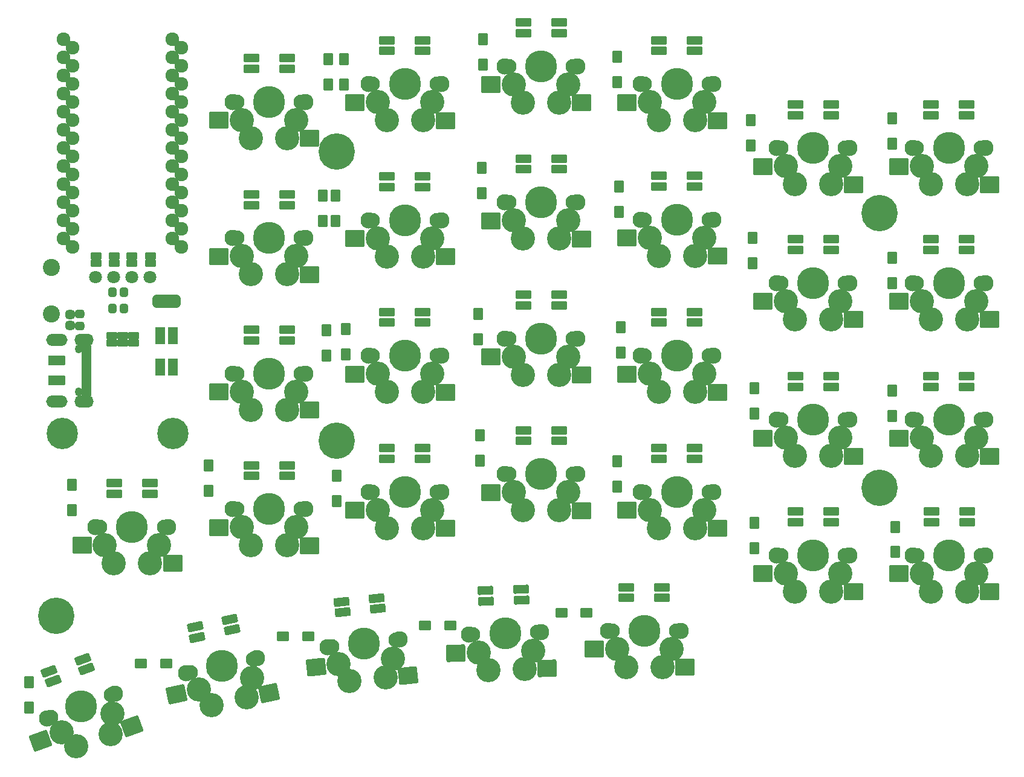
<source format=gts>
G04 #@! TF.GenerationSoftware,KiCad,Pcbnew,(6.0.8)*
G04 #@! TF.CreationDate,2022-10-04T22:09:12+02:00*
G04 #@! TF.ProjectId,SofleKeyboard,536f666c-654b-4657-9962-6f6172642e6b,rev?*
G04 #@! TF.SameCoordinates,Original*
G04 #@! TF.FileFunction,Soldermask,Top*
G04 #@! TF.FilePolarity,Negative*
%FSLAX46Y46*%
G04 Gerber Fmt 4.6, Leading zero omitted, Abs format (unit mm)*
G04 Created by KiCad (PCBNEW (6.0.8)) date 2022-10-04 22:09:12*
%MOMM*%
%LPD*%
G01*
G04 APERTURE LIST*
G04 Aperture macros list*
%AMRoundRect*
0 Rectangle with rounded corners*
0 $1 Rounding radius*
0 $2 $3 $4 $5 $6 $7 $8 $9 X,Y pos of 4 corners*
0 Add a 4 corners polygon primitive as box body*
4,1,4,$2,$3,$4,$5,$6,$7,$8,$9,$2,$3,0*
0 Add four circle primitives for the rounded corners*
1,1,$1+$1,$2,$3*
1,1,$1+$1,$4,$5*
1,1,$1+$1,$6,$7*
1,1,$1+$1,$8,$9*
0 Add four rect primitives between the rounded corners*
20,1,$1+$1,$2,$3,$4,$5,0*
20,1,$1+$1,$4,$5,$6,$7,0*
20,1,$1+$1,$6,$7,$8,$9,0*
20,1,$1+$1,$8,$9,$2,$3,0*%
%AMFreePoly0*
4,1,41,0.636777,0.930194,0.706366,0.874698,0.744986,0.794504,0.750000,0.750000,0.750000,-0.750000,0.730194,-0.836777,0.674698,-0.906366,0.594504,-0.944986,0.550000,-0.950000,0.000000,-0.950000,-0.023504,-0.944635,-0.083606,-0.943534,-0.139582,-0.934468,-0.274897,-0.892193,-0.326080,-0.867780,-0.444090,-0.789225,-0.486362,-0.751429,-0.577582,-0.642910,-0.607548,-0.594768,-0.664643,-0.465009,
-0.679893,-0.410393,-0.697476,-0.275933,-0.697084,-0.275882,-0.700000,-0.250000,-0.700000,0.250000,-0.697921,0.259109,-0.697582,0.286880,-0.675771,0.426957,-0.659192,0.481183,-0.598944,0.609508,-0.567811,0.656904,-0.473967,0.763162,-0.430783,0.799915,-0.310888,0.875563,-0.259125,0.898717,-0.122818,0.937674,-0.066635,0.945370,-0.042411,0.945222,0.000000,0.950000,0.550000,0.950000,
0.636777,0.930194,0.636777,0.930194,$1*%
%AMFreePoly1*
4,1,41,0.022678,0.944824,0.075125,0.944504,0.131210,0.936123,0.267031,0.895504,0.318507,0.871718,0.437469,0.794611,0.480202,0.757333,0.572740,0.649936,0.603290,0.602165,0.661967,0.473113,0.677883,0.418686,0.697980,0.278353,0.700000,0.250000,0.700000,-0.250000,0.699985,-0.252439,0.699836,-0.264655,0.697079,-0.295398,0.673559,-0.435199,0.656318,-0.489221,0.594506,-0.616800,
0.562797,-0.663810,0.467662,-0.768914,0.424032,-0.805137,0.303222,-0.879314,0.251181,-0.901834,0.114408,-0.939123,0.058135,-0.946132,0.037663,-0.945757,0.000000,-0.950000,-0.550000,-0.950000,-0.636777,-0.930194,-0.706366,-0.874698,-0.744986,-0.794504,-0.750000,-0.750000,-0.750000,0.750000,-0.730194,0.836777,-0.674698,0.906366,-0.594504,0.944986,-0.550000,0.950000,0.000000,0.950000,
0.022678,0.944824,0.022678,0.944824,$1*%
G04 Aperture macros list end*
%ADD10RoundRect,0.400000X0.200000X0.275000X-0.200000X0.275000X-0.200000X-0.275000X0.200000X-0.275000X0*%
%ADD11C,5.100000*%
%ADD12C,1.924000*%
%ADD13RoundRect,0.200000X0.571500X-0.317500X0.571500X0.317500X-0.571500X0.317500X-0.571500X-0.317500X0*%
%ADD14C,2.400000*%
%ADD15RoundRect,0.200000X-0.571500X0.317500X-0.571500X-0.317500X0.571500X-0.317500X0.571500X0.317500X0*%
%ADD16RoundRect,0.200000X-0.475000X0.650000X-0.475000X-0.650000X0.475000X-0.650000X0.475000X0.650000X0*%
%ADD17RoundRect,0.200000X-0.650000X-0.475000X0.650000X-0.475000X0.650000X0.475000X-0.650000X0.475000X0*%
%ADD18C,4.500000*%
%ADD19C,3.400000*%
%ADD20C,2.100000*%
%ADD21C,2.300000*%
%ADD22RoundRect,0.200000X0.900000X0.410000X-0.900000X0.410000X-0.900000X-0.410000X0.900000X-0.410000X0*%
%ADD23RoundRect,0.200000X-1.150000X-1.000000X1.150000X-1.000000X1.150000X1.000000X-1.150000X1.000000X0*%
%ADD24RoundRect,0.200000X0.705495X0.693092X-0.985952X0.077456X-0.705495X-0.693092X0.985952X-0.077456X0*%
%ADD25RoundRect,0.200000X-0.738626X-1.333016X1.422667X-0.546369X0.738626X1.333016X-1.422667X0.546369X0*%
%ADD26RoundRect,0.200000X0.852213X0.501830X-0.937926X0.313678X-0.852213X-0.501830X0.937926X-0.313678X0*%
%ADD27RoundRect,0.200000X-1.039172X-1.114730X1.248229X-0.874314X1.039172X1.114730X-1.248229X0.874314X0*%
%ADD28RoundRect,0.200000X0.885143X0.441160X-0.913761X0.378341X-0.885143X-0.441160X0.913761X-0.378341X0*%
%ADD29RoundRect,0.200000X-1.114400X-1.039525X1.184199X-0.959256X1.114400X1.039525X-1.184199X0.959256X0*%
%ADD30C,4.400000*%
%ADD31C,1.797000*%
%ADD32RoundRect,0.200000X0.500000X-1.000000X0.500000X1.000000X-0.500000X1.000000X-0.500000X-1.000000X0*%
%ADD33RoundRect,0.200000X0.795089X0.588161X-0.965577X0.213920X-0.795089X-0.588161X0.965577X-0.213920X0*%
%ADD34RoundRect,0.200000X-0.916958X-1.217246X1.332781X-0.739049X0.916958X1.217246X-1.332781X0.739049X0*%
%ADD35RoundRect,0.425000X-0.250000X0.225000X-0.250000X-0.225000X0.250000X-0.225000X0.250000X0.225000X0*%
%ADD36RoundRect,0.400000X-0.275000X0.200000X-0.275000X-0.200000X0.275000X-0.200000X0.275000X0.200000X0*%
%ADD37RoundRect,0.200000X-1.000000X0.500000X-1.000000X-0.500000X1.000000X-0.500000X1.000000X0.500000X0*%
%ADD38C,1.000000*%
%ADD39O,1.000000X1.250000*%
%ADD40RoundRect,0.200000X-0.500000X0.260000X-0.500000X-0.260000X0.500000X-0.260000X0.500000X0.260000X0*%
%ADD41RoundRect,0.200000X-0.500000X0.135000X-0.500000X-0.135000X0.500000X-0.135000X0.500000X0.135000X0*%
%ADD42O,2.700000X1.700000*%
%ADD43O,3.000000X1.700000*%
%ADD44FreePoly0,0.000000*%
%ADD45RoundRect,0.200000X-0.500000X-0.750000X0.500000X-0.750000X0.500000X0.750000X-0.500000X0.750000X0*%
%ADD46FreePoly1,0.000000*%
G04 APERTURE END LIST*
D10*
X100185000Y-78970000D03*
X98535000Y-78970000D03*
X100185000Y-76720000D03*
X98535000Y-76720000D03*
D11*
X130000000Y-57000000D03*
X206000000Y-65600000D03*
X130000000Y-97500000D03*
X206000000Y-104100000D03*
X90700000Y-122100000D03*
D12*
X91670000Y-41230000D03*
X108208815Y-42425745D03*
X108208815Y-44965745D03*
X91670000Y-43770000D03*
X108208815Y-47505745D03*
X91670000Y-46310000D03*
X91670000Y-48850000D03*
X108208815Y-50045745D03*
X108208815Y-52585745D03*
X91670000Y-51390000D03*
X108208815Y-55125745D03*
X91670000Y-53930000D03*
X91670000Y-56470000D03*
X108208815Y-57665745D03*
X108208815Y-60205745D03*
X91670000Y-59010000D03*
X91670000Y-61550000D03*
X108208815Y-62745745D03*
X91670000Y-64090000D03*
X108208815Y-65285745D03*
X108208815Y-67825745D03*
X91670000Y-66630000D03*
X91670000Y-69170000D03*
X108208815Y-70365745D03*
X106910000Y-69170000D03*
X92968815Y-70365745D03*
X92968815Y-67825745D03*
X106910000Y-66630000D03*
X92968815Y-65285745D03*
X106910000Y-64090000D03*
X92968815Y-62745745D03*
X106910000Y-61550000D03*
X92968815Y-60205745D03*
X106910000Y-59010000D03*
X92968815Y-57665745D03*
X106910000Y-56470000D03*
X92968815Y-55125745D03*
X106910000Y-53930000D03*
X92968815Y-52585745D03*
X106910000Y-51390000D03*
X92968815Y-50045745D03*
X106910000Y-48850000D03*
X106910000Y-46310000D03*
X92968815Y-47505745D03*
X92968815Y-44965745D03*
X106910000Y-43770000D03*
X106910000Y-41230000D03*
X92968815Y-42425745D03*
D13*
X103886000Y-72636380D03*
X103886000Y-71635620D03*
X101286000Y-72636380D03*
X101286000Y-71635620D03*
X98786000Y-72636380D03*
X98786000Y-71635620D03*
D14*
X90000000Y-79750000D03*
X90000000Y-73250000D03*
D15*
X98450000Y-82799620D03*
X98450000Y-83800380D03*
D16*
X128750000Y-44000000D03*
X128750000Y-47550000D03*
X131000000Y-44005500D03*
X131000000Y-47555500D03*
X150500000Y-41265000D03*
X150500000Y-44815000D03*
X169250000Y-43650000D03*
X169250000Y-47200000D03*
X188000000Y-52575000D03*
X188000000Y-56125000D03*
X207750000Y-52350000D03*
X207750000Y-55900000D03*
X128000000Y-63140000D03*
X128000000Y-66690000D03*
X129800000Y-63165000D03*
X129800000Y-66715000D03*
X150250000Y-59290000D03*
X150250000Y-62840000D03*
X169500000Y-61875000D03*
X169500000Y-65425000D03*
X188250000Y-69100000D03*
X188250000Y-72650000D03*
X207750000Y-71900000D03*
X207750000Y-75450000D03*
X128500000Y-82000000D03*
X128500000Y-85550000D03*
X131250000Y-81900000D03*
X131250000Y-85450000D03*
X149750000Y-79790000D03*
X149750000Y-83340000D03*
X169725000Y-81650000D03*
X169725000Y-85200000D03*
X188500000Y-90200000D03*
X188500000Y-93750000D03*
X207750000Y-90500000D03*
X207750000Y-94050000D03*
X112000000Y-100975000D03*
X112000000Y-104525000D03*
X130000000Y-102425000D03*
X130000000Y-105975000D03*
X150000000Y-96790000D03*
X150000000Y-100340000D03*
X169250000Y-100375000D03*
X169250000Y-103925000D03*
X188500000Y-109075000D03*
X188500000Y-112625000D03*
X208200000Y-109600000D03*
X208200000Y-113150000D03*
X92900000Y-103725000D03*
X92900000Y-107275000D03*
X86900000Y-131425000D03*
X86900000Y-134975000D03*
D17*
X102525000Y-128800000D03*
X106075000Y-128800000D03*
X122425000Y-125000000D03*
X125975000Y-125000000D03*
X142325000Y-123400000D03*
X145875000Y-123400000D03*
D18*
X120500000Y-50000000D03*
D19*
X124310000Y-52540000D03*
X123040000Y-55080000D03*
X117960000Y-55080000D03*
D20*
X125000000Y-50000000D03*
D21*
X125580000Y-50000000D03*
X115420000Y-50000000D03*
D19*
X116690000Y-52540001D03*
D20*
X116000000Y-50000000D03*
D22*
X123000000Y-45375000D03*
X118000000Y-45375000D03*
X118000000Y-43875000D03*
X123000000Y-43875000D03*
D23*
X113500000Y-52580000D03*
X126200000Y-55120000D03*
D19*
X135690000Y-50040001D03*
X142040000Y-52580000D03*
D20*
X144000000Y-47500000D03*
D19*
X136960000Y-52580000D03*
D21*
X134420000Y-47500000D03*
D18*
X139500000Y-47500000D03*
D20*
X135000000Y-47500000D03*
D21*
X144580000Y-47500000D03*
D19*
X143310000Y-50040000D03*
D22*
X142000000Y-42875000D03*
X137000000Y-42875000D03*
X137000000Y-41375000D03*
X142000000Y-41375000D03*
D23*
X132500000Y-50080000D03*
X145200000Y-52620000D03*
D19*
X162410000Y-47540000D03*
D18*
X158600000Y-45000000D03*
D19*
X156060000Y-50080000D03*
D21*
X163680000Y-45000000D03*
X153520000Y-45000000D03*
D19*
X161140000Y-50080000D03*
X154790000Y-47540001D03*
D20*
X154100000Y-45000000D03*
X163100000Y-45000000D03*
D22*
X161100000Y-40375000D03*
X156100000Y-40375000D03*
X156100000Y-38875000D03*
X161100000Y-38875000D03*
D23*
X151600000Y-47580000D03*
X164300000Y-50120000D03*
D21*
X172520000Y-47500000D03*
X182680000Y-47500000D03*
D19*
X181410000Y-50040000D03*
D20*
X182100000Y-47500000D03*
D18*
X177600000Y-47500000D03*
D19*
X173790000Y-50040001D03*
D20*
X173100000Y-47500000D03*
D19*
X180140000Y-52580000D03*
X175060000Y-52580000D03*
D22*
X180100000Y-42875000D03*
X175100000Y-42875000D03*
X175100000Y-41375000D03*
X180100000Y-41375000D03*
D23*
X170600000Y-50080000D03*
X183300000Y-52620000D03*
D19*
X200510000Y-59040000D03*
X199240000Y-61580000D03*
X194160000Y-61580000D03*
D21*
X191620000Y-56500000D03*
D19*
X192890000Y-59040001D03*
D21*
X201780000Y-56500000D03*
D20*
X201200000Y-56500000D03*
X192200000Y-56500000D03*
D18*
X196700000Y-56500000D03*
D22*
X199200000Y-51875000D03*
X194200000Y-51875000D03*
X194200000Y-50375000D03*
X199200000Y-50375000D03*
D23*
X189700000Y-59080000D03*
X202400000Y-61620000D03*
D19*
X123040000Y-74180000D03*
X124310000Y-71640000D03*
D21*
X125580000Y-69100000D03*
D19*
X117960000Y-74180000D03*
D20*
X116000000Y-69100000D03*
X125000000Y-69100000D03*
D21*
X115420000Y-69100000D03*
D19*
X116690000Y-71640001D03*
D18*
X120500000Y-69100000D03*
D22*
X123000000Y-64475000D03*
X118000000Y-64475000D03*
X118000000Y-62975000D03*
X123000000Y-62975000D03*
D23*
X113500000Y-71680000D03*
X126200000Y-74220000D03*
D19*
X135690000Y-69140001D03*
D21*
X134420000Y-66600000D03*
D19*
X136960000Y-71680000D03*
D21*
X144580000Y-66600000D03*
D20*
X135000000Y-66600000D03*
D18*
X139500000Y-66600000D03*
D19*
X142040000Y-71680000D03*
D20*
X144000000Y-66600000D03*
D19*
X143310000Y-69140000D03*
D22*
X142000000Y-61975000D03*
X137000000Y-61975000D03*
X137000000Y-60475000D03*
X142000000Y-60475000D03*
D23*
X132500000Y-69180000D03*
X145200000Y-71720000D03*
D21*
X153520000Y-64090000D03*
X163680000Y-64090000D03*
D19*
X154790000Y-66630001D03*
D20*
X163100000Y-64090000D03*
D18*
X158600000Y-64090000D03*
D19*
X156060000Y-69170000D03*
D20*
X154100000Y-64090000D03*
D19*
X161140000Y-69170000D03*
X162410000Y-66630000D03*
D22*
X161100000Y-59465000D03*
X156100000Y-59465000D03*
X156100000Y-57965000D03*
X161100000Y-57965000D03*
D23*
X151600000Y-66670000D03*
X164300000Y-69210000D03*
D19*
X173790000Y-69040001D03*
X181410000Y-69040000D03*
X175060000Y-71580000D03*
D21*
X182680000Y-66500000D03*
D18*
X177600000Y-66500000D03*
D21*
X172520000Y-66500000D03*
D19*
X180140000Y-71580000D03*
D20*
X182100000Y-66500000D03*
X173100000Y-66500000D03*
D22*
X180100000Y-61875000D03*
X175100000Y-61875000D03*
X175100000Y-60375000D03*
X180100000Y-60375000D03*
D23*
X170600000Y-69080000D03*
X183300000Y-71620000D03*
D19*
X192890000Y-77940001D03*
X200510000Y-77940000D03*
D20*
X192200000Y-75400000D03*
D21*
X201780000Y-75400000D03*
D20*
X201200000Y-75400000D03*
D19*
X194160000Y-80480000D03*
D21*
X191620000Y-75400000D03*
D19*
X199240000Y-80480000D03*
D18*
X196700000Y-75400000D03*
D22*
X199200000Y-70775000D03*
X194200000Y-70775000D03*
X194200000Y-69275000D03*
X199200000Y-69275000D03*
D23*
X189700000Y-77980000D03*
X202400000Y-80520000D03*
D20*
X220200000Y-75400000D03*
D18*
X215700000Y-75400000D03*
D19*
X211890000Y-77940001D03*
D20*
X211200000Y-75400000D03*
D19*
X213160000Y-80480000D03*
X218240000Y-80480000D03*
D21*
X210620000Y-75400000D03*
D19*
X219510000Y-77940000D03*
D21*
X220780000Y-75400000D03*
D22*
X218200000Y-70775000D03*
X213200000Y-70775000D03*
X213200000Y-69275000D03*
X218200000Y-69275000D03*
D23*
X208700000Y-77980000D03*
X221400000Y-80520000D03*
D19*
X116690000Y-90640001D03*
D18*
X120500000Y-88100000D03*
D21*
X115420000Y-88100000D03*
D19*
X117960000Y-93180000D03*
D20*
X125000000Y-88100000D03*
D19*
X123040000Y-93180000D03*
X124310000Y-90640000D03*
D21*
X125580000Y-88100000D03*
D20*
X116000000Y-88100000D03*
D22*
X123000000Y-83475000D03*
X118000000Y-83475000D03*
X118000000Y-81975000D03*
X123000000Y-81975000D03*
D23*
X113500000Y-90680000D03*
X126200000Y-93220000D03*
D21*
X134420000Y-85600000D03*
D19*
X143310000Y-88140000D03*
D20*
X135000000Y-85600000D03*
D18*
X139500000Y-85600000D03*
D19*
X142040000Y-90680000D03*
X136960000Y-90680000D03*
X135690000Y-88140001D03*
D20*
X144000000Y-85600000D03*
D21*
X144580000Y-85600000D03*
D22*
X142000000Y-80975000D03*
X137000000Y-80975000D03*
X137000000Y-79475000D03*
X142000000Y-79475000D03*
D23*
X132500000Y-88180000D03*
X145200000Y-90720000D03*
D21*
X163680000Y-83190000D03*
D19*
X161140000Y-88270000D03*
D21*
X153520000Y-83190000D03*
D19*
X154790000Y-85730001D03*
X162410000Y-85730000D03*
D18*
X158600000Y-83190000D03*
D19*
X156060000Y-88270000D03*
D20*
X154100000Y-83190000D03*
X163100000Y-83190000D03*
D22*
X161100000Y-78565000D03*
X156100000Y-78565000D03*
X156100000Y-77065000D03*
X161100000Y-77065000D03*
D23*
X151600000Y-85770000D03*
X164300000Y-88310000D03*
D21*
X182680000Y-85600000D03*
D19*
X173790000Y-88140001D03*
X181410000Y-88140000D03*
D18*
X177600000Y-85600000D03*
D20*
X182100000Y-85600000D03*
D21*
X172520000Y-85600000D03*
D20*
X173100000Y-85600000D03*
D19*
X175060000Y-90680000D03*
X180140000Y-90680000D03*
D22*
X180100000Y-80975000D03*
X175100000Y-80975000D03*
X175100000Y-79475000D03*
X180100000Y-79475000D03*
D23*
X170600000Y-88180000D03*
X183300000Y-90720000D03*
D20*
X201200000Y-94600000D03*
D19*
X194160000Y-99680000D03*
X200510000Y-97140000D03*
D21*
X201780000Y-94600000D03*
D19*
X199240000Y-99680000D03*
D20*
X192200000Y-94600000D03*
D21*
X191620000Y-94600000D03*
D18*
X196700000Y-94600000D03*
D19*
X192890000Y-97140001D03*
D22*
X199200000Y-89975000D03*
X194200000Y-89975000D03*
X194200000Y-88475000D03*
X199200000Y-88475000D03*
D23*
X189700000Y-97180000D03*
X202400000Y-99720000D03*
D20*
X211200000Y-94600000D03*
X220200000Y-94600000D03*
D19*
X219510000Y-97140000D03*
D18*
X215700000Y-94600000D03*
D19*
X211890000Y-97140001D03*
D21*
X220780000Y-94600000D03*
D19*
X213160000Y-99680000D03*
X218240000Y-99680000D03*
D21*
X210620000Y-94600000D03*
D22*
X218200000Y-89975000D03*
X213200000Y-89975000D03*
X213200000Y-88475000D03*
X218200000Y-88475000D03*
D23*
X208700000Y-97180000D03*
X221400000Y-99720000D03*
D19*
X116690000Y-109640001D03*
D20*
X116000000Y-107100000D03*
D18*
X120500000Y-107100000D03*
D21*
X115420000Y-107100000D03*
D19*
X117960000Y-112180000D03*
X123040000Y-112180000D03*
X124310000Y-109640000D03*
D20*
X125000000Y-107100000D03*
D21*
X125580000Y-107100000D03*
D22*
X123000000Y-102475000D03*
X118000000Y-102475000D03*
X118000000Y-100975000D03*
X123000000Y-100975000D03*
D23*
X113500000Y-109680000D03*
X126200000Y-112220000D03*
D20*
X135000000Y-104700000D03*
D18*
X139500000Y-104700000D03*
D20*
X144000000Y-104700000D03*
D19*
X142040000Y-109780000D03*
D21*
X134420000Y-104700000D03*
X144580000Y-104700000D03*
D19*
X143310000Y-107240000D03*
X135690000Y-107240001D03*
X136960000Y-109780000D03*
D22*
X142000000Y-100075000D03*
X137000000Y-100075000D03*
X137000000Y-98575000D03*
X142000000Y-98575000D03*
D23*
X132500000Y-107280000D03*
X145200000Y-109820000D03*
D19*
X161140000Y-107270000D03*
X154790000Y-104730001D03*
D18*
X158600000Y-102190000D03*
D21*
X153520000Y-102190000D03*
D19*
X156060000Y-107270000D03*
D21*
X163680000Y-102190000D03*
D19*
X162410000Y-104730000D03*
D20*
X163100000Y-102190000D03*
X154100000Y-102190000D03*
D22*
X161100000Y-97565000D03*
X156100000Y-97565000D03*
X156100000Y-96065000D03*
X161100000Y-96065000D03*
D23*
X151600000Y-104770000D03*
X164300000Y-107310000D03*
D19*
X180140000Y-109780000D03*
X173790000Y-107240001D03*
D18*
X177600000Y-104700000D03*
D19*
X181410000Y-107240000D03*
D20*
X173100000Y-104700000D03*
D21*
X172520000Y-104700000D03*
D19*
X175060000Y-109780000D03*
D21*
X182680000Y-104700000D03*
D20*
X182100000Y-104700000D03*
D22*
X180100000Y-100075000D03*
X175100000Y-100075000D03*
X175100000Y-98575000D03*
X180100000Y-98575000D03*
D23*
X170600000Y-107280000D03*
X183300000Y-109820000D03*
D19*
X192890000Y-116140001D03*
D18*
X196700000Y-113600000D03*
D21*
X201780000Y-113600000D03*
X191620000Y-113600000D03*
D20*
X201200000Y-113600000D03*
X192200000Y-113600000D03*
D19*
X200510000Y-116140000D03*
X199240000Y-118680000D03*
X194160000Y-118680000D03*
D22*
X199200000Y-108975000D03*
X194200000Y-108975000D03*
X194200000Y-107475000D03*
X199200000Y-107475000D03*
D23*
X189700000Y-116180000D03*
X202400000Y-118720000D03*
D20*
X211250000Y-113600000D03*
D19*
X219560000Y-116140000D03*
D18*
X215750000Y-113600000D03*
D21*
X220830000Y-113600000D03*
D19*
X213210000Y-118680000D03*
D20*
X220250000Y-113600000D03*
D21*
X210670000Y-113600000D03*
D19*
X211940000Y-116140001D03*
X218290000Y-118680000D03*
D22*
X218250000Y-108975000D03*
X213250000Y-108975000D03*
X213250000Y-107475000D03*
X218250000Y-107475000D03*
D23*
X208750000Y-116180000D03*
X221450000Y-118720000D03*
D19*
X98274282Y-138654907D03*
X98598960Y-135833723D03*
D20*
X98378617Y-133210909D03*
D18*
X94150000Y-134750000D03*
D19*
X93500643Y-140392370D03*
D20*
X89921383Y-136289091D03*
D19*
X91438503Y-138439917D03*
D21*
X89376361Y-136487462D03*
X98923639Y-133012538D03*
D24*
X94917388Y-129548871D03*
X90218925Y-131258972D03*
X89705895Y-129849433D03*
X94404358Y-128139332D03*
D25*
X88454564Y-139568548D03*
X101257391Y-137611711D03*
D18*
X133750000Y-125950000D03*
D20*
X129274651Y-126420378D03*
D19*
X130226374Y-128874340D03*
X137804631Y-128077832D03*
D21*
X138802171Y-125418995D03*
D19*
X136807090Y-130736669D03*
X131754919Y-131267674D03*
D20*
X138225349Y-125479622D03*
D21*
X128697829Y-126481005D03*
D26*
X135752861Y-121089015D03*
X130780251Y-121611657D03*
X130623458Y-120119875D03*
X135596068Y-119597232D03*
D27*
X127058030Y-129247566D03*
X139953961Y-130446140D03*
D20*
X149052741Y-124707048D03*
D19*
X151188837Y-129715550D03*
X157446324Y-126955486D03*
D20*
X158047259Y-124392952D03*
D18*
X153550000Y-124550000D03*
D19*
X149830966Y-127221421D03*
D21*
X158626905Y-124372711D03*
X148473095Y-124727289D03*
D19*
X156265742Y-129538261D03*
D28*
X155887067Y-119840569D03*
X150890113Y-120015066D03*
X150837764Y-118515980D03*
X155834718Y-118341482D03*
D29*
X146644305Y-127372725D03*
X159425213Y-129467954D03*
D30*
X91500000Y-96500000D03*
D13*
X96286000Y-72636380D03*
X96286000Y-71635620D03*
D31*
X96190000Y-74600000D03*
X98730000Y-74600000D03*
X101270000Y-74600000D03*
X103810000Y-74600000D03*
D17*
X161425000Y-121700000D03*
X164975000Y-121700000D03*
D30*
X107000000Y-96500000D03*
D32*
X105285000Y-87187900D03*
X107035000Y-87187900D03*
X107035000Y-82787900D03*
X105285000Y-82787900D03*
D20*
X168550000Y-124200000D03*
D21*
X178130000Y-124200000D03*
X167970000Y-124200000D03*
D19*
X169240000Y-126740001D03*
X175590000Y-129280000D03*
X170510000Y-129280000D03*
X176860000Y-126740000D03*
D18*
X173050000Y-124200000D03*
D20*
X177550000Y-124200000D03*
D22*
X175550000Y-119575000D03*
X170550000Y-119575000D03*
X170550000Y-118075000D03*
X175550000Y-118075000D03*
D23*
X166050000Y-126780000D03*
X178750000Y-129320000D03*
D21*
X118818990Y-128043809D03*
D19*
X118104838Y-130792351D03*
D20*
X109448336Y-130035603D03*
D19*
X112421696Y-134597086D03*
X110651354Y-132376639D03*
D21*
X108881010Y-130156191D03*
D19*
X117390686Y-133540894D03*
D18*
X113850000Y-129100000D03*
D20*
X118251664Y-128164397D03*
D33*
X115333777Y-124056288D03*
X110443039Y-125095847D03*
X110131172Y-123628625D03*
X115021910Y-122589067D03*
D34*
X107539379Y-133079003D03*
X120489949Y-132923019D03*
D19*
X213160000Y-61580000D03*
D21*
X210620000Y-56500000D03*
D20*
X211200000Y-56500000D03*
D21*
X220780000Y-56500000D03*
D19*
X219510000Y-59040000D03*
D20*
X220200000Y-56500000D03*
D19*
X211890000Y-59040001D03*
D18*
X215700000Y-56500000D03*
D19*
X218240000Y-61580000D03*
D22*
X218200000Y-51875000D03*
X213200000Y-51875000D03*
X213200000Y-50375000D03*
X218200000Y-50375000D03*
D23*
X208700000Y-59080000D03*
X221400000Y-61620000D03*
D13*
X101550000Y-83800380D03*
X101550000Y-82799620D03*
D35*
X92600000Y-79825000D03*
X92600000Y-81375000D03*
D13*
X100000000Y-83800380D03*
X100000000Y-82799620D03*
D36*
X94000000Y-79775000D03*
X94000000Y-81425000D03*
D37*
X90750000Y-89100000D03*
X90750000Y-86300000D03*
D38*
X93850000Y-84700000D03*
D39*
X93850000Y-90700000D03*
D40*
X94950000Y-84600000D03*
X94950000Y-85350000D03*
D41*
X94950000Y-85950000D03*
X94950000Y-87450000D03*
X94950000Y-88450000D03*
X94950000Y-89450000D03*
D40*
X94950000Y-90050000D03*
X94950000Y-90800000D03*
X94950000Y-90800000D03*
X94950000Y-90050000D03*
D41*
X94950000Y-88950000D03*
X94950000Y-87950000D03*
X94950000Y-86950000D03*
X94950000Y-86450000D03*
D40*
X94950000Y-85350000D03*
X94950000Y-84600000D03*
D42*
X94575000Y-83380000D03*
D43*
X90750000Y-92020000D03*
D42*
X94575000Y-92020000D03*
D43*
X90750000Y-83380000D03*
D19*
X103840000Y-114680000D03*
D20*
X96800000Y-109600000D03*
D19*
X98760000Y-114680000D03*
X97490000Y-112140001D03*
D21*
X106380000Y-109600000D03*
D19*
X105110000Y-112140000D03*
D20*
X105800000Y-109600000D03*
D21*
X96220000Y-109600000D03*
D18*
X101300000Y-109600000D03*
D22*
X103800000Y-104975000D03*
X98800000Y-104975000D03*
X98800000Y-103475000D03*
X103800000Y-103475000D03*
D23*
X94300000Y-112180000D03*
X107000000Y-114720000D03*
D44*
X104850000Y-78000000D03*
D45*
X106150000Y-78000000D03*
D46*
X107450000Y-78000000D03*
D38*
X93850000Y-90700000D03*
D39*
X93850000Y-84700000D03*
D42*
X94575000Y-83380000D03*
D43*
X90750000Y-83380000D03*
D42*
X94575000Y-92020000D03*
D43*
X90750000Y-92020000D03*
M02*

</source>
